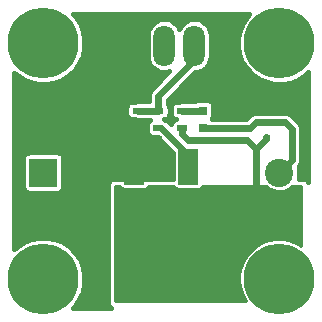
<source format=gtl>
G04 #@! TF.FileFunction,Copper,L1,Top,Signal*
%FSLAX46Y46*%
G04 Gerber Fmt 4.6, Leading zero omitted, Abs format (unit mm)*
G04 Created by KiCad (PCBNEW 4.0.2-stable) date 04/06/2016 14:34:18*
%MOMM*%
G01*
G04 APERTURE LIST*
%ADD10C,0.100000*%
%ADD11R,0.590000X0.450000*%
%ADD12O,1.800860X3.500120*%
%ADD13R,0.797560X0.797560*%
%ADD14C,6.000000*%
%ADD15R,1.651000X3.048000*%
%ADD16R,6.096000X6.096000*%
%ADD17R,0.900000X0.500000*%
%ADD18C,0.860000*%
%ADD19C,2.400000*%
%ADD20R,2.400000X2.400000*%
%ADD21C,0.600000*%
%ADD22C,0.250000*%
%ADD23C,0.609600*%
%ADD24C,3.810000*%
%ADD25C,0.254000*%
%ADD26C,0.400000*%
G04 APERTURE END LIST*
D10*
D11*
X159555000Y-103000000D03*
X157445000Y-103000000D03*
D12*
X146210000Y-95250000D03*
X148750000Y-95250000D03*
X151290000Y-95250000D03*
D13*
X152000000Y-102249300D03*
X152000000Y-100750700D03*
D14*
X138500000Y-115000000D03*
X158500000Y-115000000D03*
X158500000Y-95000000D03*
X138500000Y-95000000D03*
D15*
X150786000Y-105500000D03*
D16*
X148500000Y-111850000D03*
D15*
X146214000Y-105500000D03*
D17*
X148250000Y-102250000D03*
X148250000Y-100750000D03*
X146500000Y-100750000D03*
X146500000Y-102250000D03*
X150250000Y-102250000D03*
X150250000Y-100750000D03*
D18*
X143750000Y-102250000D03*
X144500000Y-103250000D03*
X143750000Y-101000000D03*
X145000000Y-102250000D03*
X148250000Y-103250000D03*
X147000000Y-103250000D03*
X145750000Y-103250000D03*
X145000000Y-101000000D03*
X143250000Y-103250000D03*
D19*
X138500000Y-109500000D03*
D20*
X138500000Y-106000000D03*
D19*
X158500000Y-106000000D03*
D20*
X158500000Y-109500000D03*
D21*
X146500000Y-102250000D02*
X144750000Y-102250000D01*
X144750000Y-102250000D02*
X144500000Y-102000000D01*
X144500000Y-102000000D02*
X144500000Y-96960000D01*
X144500000Y-96960000D02*
X146210000Y-95250000D01*
X138501100Y-109503600D02*
X140001100Y-109503600D01*
X140001100Y-109503600D02*
X144951100Y-104553600D01*
X146271100Y-104553600D02*
X144951100Y-104553600D01*
D22*
X151290000Y-95250000D02*
X151290000Y-96460000D01*
D21*
X151290000Y-96460000D02*
X148250000Y-99500000D01*
X148250000Y-99500000D02*
X148250000Y-100750000D01*
X148250000Y-100750000D02*
X146500000Y-100750000D01*
X159555000Y-103000000D02*
X159555000Y-102305000D01*
X156000700Y-102249300D02*
X152000000Y-102249300D01*
X156000700Y-102249300D02*
X156500000Y-101750000D01*
X156500000Y-101750000D02*
X159000000Y-101750000D01*
X159000000Y-101750000D02*
X159555000Y-102305000D01*
X159555000Y-103000000D02*
X159555000Y-104945000D01*
X159555000Y-104945000D02*
X158500000Y-106000000D01*
X150250000Y-102250000D02*
X150250000Y-102750000D01*
X155747500Y-103250000D02*
X156501100Y-104003600D01*
X150750000Y-103250000D02*
X155747500Y-103250000D01*
X150250000Y-102750000D02*
X150750000Y-103250000D01*
D23*
X157351100Y-103003600D02*
X157351100Y-103153600D01*
X157351100Y-103153600D02*
X156501100Y-104003600D01*
X156501100Y-104003600D02*
X156501100Y-109203600D01*
D24*
X156501100Y-109503600D02*
X155001100Y-109503600D01*
D25*
X154501100Y-108503600D02*
X156301100Y-109403600D01*
X156301100Y-109403600D02*
X156501100Y-109503600D01*
D23*
X156501100Y-109203600D02*
X156301100Y-109403600D01*
D24*
X155001100Y-109503600D02*
X152651100Y-111853600D01*
X148551100Y-111853600D02*
X152651100Y-111853600D01*
X158501100Y-109503600D02*
X156501100Y-109503600D01*
D25*
X158501100Y-109503600D02*
X159001100Y-109503600D01*
D22*
X148250000Y-102250000D02*
X148500000Y-102250000D01*
D21*
X148500000Y-102250000D02*
X150786000Y-104536000D01*
D22*
X150786000Y-104536000D02*
X150786000Y-105500000D01*
D21*
X152000000Y-100750700D02*
X150250700Y-100750700D01*
X150250700Y-100750700D02*
X150250000Y-100750000D01*
D26*
G36*
X155805871Y-92739358D02*
X155418086Y-93305704D01*
X155147690Y-93936585D01*
X155004983Y-94607971D01*
X154995399Y-95294290D01*
X155119305Y-95969399D01*
X155371980Y-96607584D01*
X155743801Y-97184536D01*
X156220604Y-97678281D01*
X156784229Y-98070010D01*
X157413207Y-98344804D01*
X158083581Y-98492195D01*
X158769816Y-98506570D01*
X159445774Y-98387380D01*
X160085707Y-98139166D01*
X160665241Y-97771383D01*
X160926100Y-97522970D01*
X160926100Y-106758458D01*
X160859504Y-106654965D01*
X160695628Y-106542993D01*
X160501100Y-106503600D01*
X160128983Y-106503600D01*
X160194756Y-106214097D01*
X160200073Y-105833306D01*
X160135318Y-105506268D01*
X160131641Y-105497348D01*
X160167570Y-105453607D01*
X160215091Y-105396974D01*
X160217119Y-105393285D01*
X160219787Y-105390037D01*
X160254698Y-105324929D01*
X160290308Y-105260154D01*
X160291580Y-105256145D01*
X160293568Y-105252437D01*
X160315180Y-105181747D01*
X160337518Y-105111329D01*
X160337987Y-105107150D01*
X160339217Y-105103126D01*
X160346685Y-105029602D01*
X160354922Y-104956170D01*
X160354979Y-104947946D01*
X160354995Y-104947793D01*
X160354981Y-104947650D01*
X160355000Y-104945000D01*
X160355000Y-102305000D01*
X160347797Y-102231539D01*
X160341349Y-102157839D01*
X160340174Y-102153795D01*
X160339764Y-102149613D01*
X160318416Y-102078906D01*
X160297789Y-102007907D01*
X160295853Y-102004173D01*
X160294637Y-102000144D01*
X160259928Y-101934866D01*
X160225936Y-101869289D01*
X160223313Y-101866003D01*
X160221337Y-101862287D01*
X160174631Y-101805019D01*
X160128529Y-101747268D01*
X160122754Y-101741412D01*
X160122657Y-101741293D01*
X160122546Y-101741202D01*
X160120686Y-101739315D01*
X159565685Y-101184315D01*
X159508631Y-101137450D01*
X159451974Y-101089909D01*
X159448285Y-101087881D01*
X159445037Y-101085213D01*
X159379929Y-101050302D01*
X159315154Y-101014692D01*
X159311145Y-101013420D01*
X159307437Y-101011432D01*
X159236747Y-100989820D01*
X159166329Y-100967482D01*
X159162150Y-100967013D01*
X159158126Y-100965783D01*
X159084602Y-100958315D01*
X159011170Y-100950078D01*
X159002946Y-100950021D01*
X159002793Y-100950005D01*
X159002650Y-100950019D01*
X159000000Y-100950000D01*
X156500000Y-100950000D01*
X156426494Y-100957207D01*
X156352839Y-100963651D01*
X156348795Y-100964826D01*
X156344613Y-100965236D01*
X156273919Y-100986580D01*
X156202906Y-101007211D01*
X156199170Y-101009147D01*
X156195144Y-101010363D01*
X156129884Y-101045062D01*
X156064289Y-101079064D01*
X156061003Y-101081687D01*
X156057287Y-101083663D01*
X156000019Y-101130369D01*
X155942268Y-101176471D01*
X155936412Y-101182246D01*
X155936293Y-101182343D01*
X155936202Y-101182454D01*
X155934315Y-101184314D01*
X155669330Y-101449300D01*
X152796821Y-101449300D01*
X152823209Y-101418338D01*
X152881308Y-101289451D01*
X152901199Y-101149480D01*
X152901199Y-100351920D01*
X152894850Y-100272297D01*
X152853027Y-100137248D01*
X152775237Y-100019196D01*
X152667638Y-99927491D01*
X152538751Y-99869392D01*
X152398780Y-99849501D01*
X151601220Y-99849501D01*
X151521597Y-99855850D01*
X151386548Y-99897673D01*
X151306076Y-99950700D01*
X150259635Y-99950700D01*
X150252793Y-99950005D01*
X150097353Y-99964699D01*
X149987051Y-99997581D01*
X149800000Y-99997581D01*
X149720377Y-100003930D01*
X149585328Y-100045753D01*
X149467276Y-100123543D01*
X149375571Y-100231142D01*
X149317472Y-100360029D01*
X149297581Y-100500000D01*
X149297581Y-101000000D01*
X149303930Y-101079623D01*
X149345753Y-101214672D01*
X149423543Y-101332724D01*
X149531142Y-101424429D01*
X149660029Y-101482528D01*
X149778192Y-101499320D01*
X149720377Y-101503930D01*
X149585328Y-101545753D01*
X149467276Y-101623543D01*
X149375571Y-101731142D01*
X149317472Y-101860029D01*
X149308007Y-101926636D01*
X149130190Y-101748820D01*
X149076457Y-101667276D01*
X148968858Y-101575571D01*
X148839971Y-101517472D01*
X148811032Y-101513360D01*
X148807437Y-101511432D01*
X148761831Y-101497489D01*
X148779623Y-101496070D01*
X148914672Y-101454247D01*
X149032724Y-101376457D01*
X149124429Y-101268858D01*
X149182528Y-101139971D01*
X149202419Y-101000000D01*
X149202419Y-100500000D01*
X149196070Y-100420377D01*
X149154247Y-100285328D01*
X149076457Y-100167276D01*
X149050000Y-100144727D01*
X149050000Y-99831370D01*
X151379492Y-97501879D01*
X151552414Y-97486142D01*
X151814610Y-97408973D01*
X152056824Y-97282347D01*
X152269830Y-97111086D01*
X152445514Y-96901714D01*
X152577185Y-96662205D01*
X152659827Y-96401683D01*
X152690293Y-96130070D01*
X152690430Y-96110517D01*
X152690430Y-94389483D01*
X152663759Y-94117471D01*
X152584762Y-93855821D01*
X152456448Y-93614497D01*
X152283704Y-93402692D01*
X152073111Y-93228474D01*
X151832688Y-93098478D01*
X151571596Y-93017656D01*
X151299777Y-92989087D01*
X151027586Y-93013858D01*
X150765390Y-93091027D01*
X150523176Y-93217653D01*
X150310170Y-93388914D01*
X150134486Y-93598286D01*
X150019266Y-93807870D01*
X149916448Y-93614497D01*
X149743704Y-93402692D01*
X149533111Y-93228474D01*
X149292688Y-93098478D01*
X149031596Y-93017656D01*
X148759777Y-92989087D01*
X148487586Y-93013858D01*
X148225390Y-93091027D01*
X147983176Y-93217653D01*
X147770170Y-93388914D01*
X147594486Y-93598286D01*
X147462815Y-93837795D01*
X147380173Y-94098317D01*
X147349707Y-94369930D01*
X147349570Y-94389483D01*
X147349570Y-96110517D01*
X147376241Y-96382529D01*
X147455238Y-96644179D01*
X147583552Y-96885503D01*
X147756296Y-97097308D01*
X147966889Y-97271526D01*
X148207312Y-97401522D01*
X148468404Y-97482344D01*
X148740223Y-97510913D01*
X149012414Y-97486142D01*
X149182566Y-97436063D01*
X147684315Y-98934315D01*
X147637450Y-98991369D01*
X147589909Y-99048026D01*
X147587881Y-99051715D01*
X147585213Y-99054963D01*
X147550302Y-99120071D01*
X147514692Y-99184846D01*
X147513420Y-99188855D01*
X147511432Y-99192563D01*
X147489820Y-99263253D01*
X147467482Y-99333671D01*
X147467013Y-99337850D01*
X147465783Y-99341874D01*
X147458315Y-99415398D01*
X147450078Y-99488830D01*
X147450021Y-99497054D01*
X147450005Y-99497207D01*
X147450019Y-99497350D01*
X147450000Y-99500000D01*
X147450000Y-99950000D01*
X146500000Y-99950000D01*
X146344613Y-99965236D01*
X146237480Y-99997581D01*
X146050000Y-99997581D01*
X145970377Y-100003930D01*
X145835328Y-100045753D01*
X145717276Y-100123543D01*
X145625571Y-100231142D01*
X145567472Y-100360029D01*
X145547581Y-100500000D01*
X145547581Y-101000000D01*
X145553930Y-101079623D01*
X145595753Y-101214672D01*
X145673543Y-101332724D01*
X145781142Y-101424429D01*
X145910029Y-101482528D01*
X146050000Y-101502419D01*
X146238787Y-101502419D01*
X146333671Y-101532518D01*
X146488830Y-101549922D01*
X146500000Y-101550000D01*
X147578883Y-101550000D01*
X147467276Y-101623543D01*
X147375571Y-101731142D01*
X147317472Y-101860029D01*
X147297581Y-102000000D01*
X147297581Y-102500000D01*
X147303930Y-102579623D01*
X147345753Y-102714672D01*
X147423543Y-102832724D01*
X147531142Y-102924429D01*
X147660029Y-102982528D01*
X147800000Y-103002419D01*
X148121049Y-103002419D01*
X149458081Y-104339452D01*
X149458081Y-106503600D01*
X144501100Y-106503600D01*
X144319371Y-106537795D01*
X144152465Y-106645196D01*
X144040493Y-106809072D01*
X144001100Y-107003600D01*
X144001100Y-117003600D01*
X144035295Y-117185329D01*
X144142696Y-117352235D01*
X144254460Y-117428600D01*
X141025198Y-117428600D01*
X141162302Y-117298038D01*
X141557957Y-116737161D01*
X141837135Y-116110117D01*
X141989203Y-115440789D01*
X142000150Y-114656807D01*
X141866830Y-113983494D01*
X141605269Y-113348899D01*
X141225429Y-112777194D01*
X140741779Y-112290155D01*
X140172739Y-111906333D01*
X139539986Y-111640348D01*
X138867620Y-111502331D01*
X138181251Y-111497539D01*
X137507023Y-111626155D01*
X136870618Y-111883280D01*
X136296275Y-112259119D01*
X136076100Y-112474730D01*
X136076100Y-104800000D01*
X136797581Y-104800000D01*
X136797581Y-107200000D01*
X136803930Y-107279623D01*
X136845753Y-107414672D01*
X136923543Y-107532724D01*
X137031142Y-107624429D01*
X137160029Y-107682528D01*
X137300000Y-107702419D01*
X139700000Y-107702419D01*
X139779623Y-107696070D01*
X139914672Y-107654247D01*
X140032724Y-107576457D01*
X140124429Y-107468858D01*
X140182528Y-107339971D01*
X140202419Y-107200000D01*
X140202419Y-104800000D01*
X140196070Y-104720377D01*
X140154247Y-104585328D01*
X140076457Y-104467276D01*
X139968858Y-104375571D01*
X139839971Y-104317472D01*
X139700000Y-104297581D01*
X137300000Y-104297581D01*
X137220377Y-104303930D01*
X137085328Y-104345753D01*
X136967276Y-104423543D01*
X136875571Y-104531142D01*
X136817472Y-104660029D01*
X136797581Y-104800000D01*
X136076100Y-104800000D01*
X136076100Y-97528642D01*
X136220604Y-97678281D01*
X136784229Y-98070010D01*
X137413207Y-98344804D01*
X138083581Y-98492195D01*
X138769816Y-98506570D01*
X139445774Y-98387380D01*
X140085707Y-98139166D01*
X140665241Y-97771383D01*
X141162302Y-97298038D01*
X141557957Y-96737161D01*
X141837135Y-96110117D01*
X141989203Y-95440789D01*
X142000150Y-94656807D01*
X141866830Y-93983494D01*
X141605269Y-93348899D01*
X141225429Y-92777194D01*
X141028217Y-92578600D01*
X155970032Y-92578600D01*
X155805871Y-92739358D01*
X155805871Y-92739358D01*
G37*
X155805871Y-92739358D02*
X155418086Y-93305704D01*
X155147690Y-93936585D01*
X155004983Y-94607971D01*
X154995399Y-95294290D01*
X155119305Y-95969399D01*
X155371980Y-96607584D01*
X155743801Y-97184536D01*
X156220604Y-97678281D01*
X156784229Y-98070010D01*
X157413207Y-98344804D01*
X158083581Y-98492195D01*
X158769816Y-98506570D01*
X159445774Y-98387380D01*
X160085707Y-98139166D01*
X160665241Y-97771383D01*
X160926100Y-97522970D01*
X160926100Y-106758458D01*
X160859504Y-106654965D01*
X160695628Y-106542993D01*
X160501100Y-106503600D01*
X160128983Y-106503600D01*
X160194756Y-106214097D01*
X160200073Y-105833306D01*
X160135318Y-105506268D01*
X160131641Y-105497348D01*
X160167570Y-105453607D01*
X160215091Y-105396974D01*
X160217119Y-105393285D01*
X160219787Y-105390037D01*
X160254698Y-105324929D01*
X160290308Y-105260154D01*
X160291580Y-105256145D01*
X160293568Y-105252437D01*
X160315180Y-105181747D01*
X160337518Y-105111329D01*
X160337987Y-105107150D01*
X160339217Y-105103126D01*
X160346685Y-105029602D01*
X160354922Y-104956170D01*
X160354979Y-104947946D01*
X160354995Y-104947793D01*
X160354981Y-104947650D01*
X160355000Y-104945000D01*
X160355000Y-102305000D01*
X160347797Y-102231539D01*
X160341349Y-102157839D01*
X160340174Y-102153795D01*
X160339764Y-102149613D01*
X160318416Y-102078906D01*
X160297789Y-102007907D01*
X160295853Y-102004173D01*
X160294637Y-102000144D01*
X160259928Y-101934866D01*
X160225936Y-101869289D01*
X160223313Y-101866003D01*
X160221337Y-101862287D01*
X160174631Y-101805019D01*
X160128529Y-101747268D01*
X160122754Y-101741412D01*
X160122657Y-101741293D01*
X160122546Y-101741202D01*
X160120686Y-101739315D01*
X159565685Y-101184315D01*
X159508631Y-101137450D01*
X159451974Y-101089909D01*
X159448285Y-101087881D01*
X159445037Y-101085213D01*
X159379929Y-101050302D01*
X159315154Y-101014692D01*
X159311145Y-101013420D01*
X159307437Y-101011432D01*
X159236747Y-100989820D01*
X159166329Y-100967482D01*
X159162150Y-100967013D01*
X159158126Y-100965783D01*
X159084602Y-100958315D01*
X159011170Y-100950078D01*
X159002946Y-100950021D01*
X159002793Y-100950005D01*
X159002650Y-100950019D01*
X159000000Y-100950000D01*
X156500000Y-100950000D01*
X156426494Y-100957207D01*
X156352839Y-100963651D01*
X156348795Y-100964826D01*
X156344613Y-100965236D01*
X156273919Y-100986580D01*
X156202906Y-101007211D01*
X156199170Y-101009147D01*
X156195144Y-101010363D01*
X156129884Y-101045062D01*
X156064289Y-101079064D01*
X156061003Y-101081687D01*
X156057287Y-101083663D01*
X156000019Y-101130369D01*
X155942268Y-101176471D01*
X155936412Y-101182246D01*
X155936293Y-101182343D01*
X155936202Y-101182454D01*
X155934315Y-101184314D01*
X155669330Y-101449300D01*
X152796821Y-101449300D01*
X152823209Y-101418338D01*
X152881308Y-101289451D01*
X152901199Y-101149480D01*
X152901199Y-100351920D01*
X152894850Y-100272297D01*
X152853027Y-100137248D01*
X152775237Y-100019196D01*
X152667638Y-99927491D01*
X152538751Y-99869392D01*
X152398780Y-99849501D01*
X151601220Y-99849501D01*
X151521597Y-99855850D01*
X151386548Y-99897673D01*
X151306076Y-99950700D01*
X150259635Y-99950700D01*
X150252793Y-99950005D01*
X150097353Y-99964699D01*
X149987051Y-99997581D01*
X149800000Y-99997581D01*
X149720377Y-100003930D01*
X149585328Y-100045753D01*
X149467276Y-100123543D01*
X149375571Y-100231142D01*
X149317472Y-100360029D01*
X149297581Y-100500000D01*
X149297581Y-101000000D01*
X149303930Y-101079623D01*
X149345753Y-101214672D01*
X149423543Y-101332724D01*
X149531142Y-101424429D01*
X149660029Y-101482528D01*
X149778192Y-101499320D01*
X149720377Y-101503930D01*
X149585328Y-101545753D01*
X149467276Y-101623543D01*
X149375571Y-101731142D01*
X149317472Y-101860029D01*
X149308007Y-101926636D01*
X149130190Y-101748820D01*
X149076457Y-101667276D01*
X148968858Y-101575571D01*
X148839971Y-101517472D01*
X148811032Y-101513360D01*
X148807437Y-101511432D01*
X148761831Y-101497489D01*
X148779623Y-101496070D01*
X148914672Y-101454247D01*
X149032724Y-101376457D01*
X149124429Y-101268858D01*
X149182528Y-101139971D01*
X149202419Y-101000000D01*
X149202419Y-100500000D01*
X149196070Y-100420377D01*
X149154247Y-100285328D01*
X149076457Y-100167276D01*
X149050000Y-100144727D01*
X149050000Y-99831370D01*
X151379492Y-97501879D01*
X151552414Y-97486142D01*
X151814610Y-97408973D01*
X152056824Y-97282347D01*
X152269830Y-97111086D01*
X152445514Y-96901714D01*
X152577185Y-96662205D01*
X152659827Y-96401683D01*
X152690293Y-96130070D01*
X152690430Y-96110517D01*
X152690430Y-94389483D01*
X152663759Y-94117471D01*
X152584762Y-93855821D01*
X152456448Y-93614497D01*
X152283704Y-93402692D01*
X152073111Y-93228474D01*
X151832688Y-93098478D01*
X151571596Y-93017656D01*
X151299777Y-92989087D01*
X151027586Y-93013858D01*
X150765390Y-93091027D01*
X150523176Y-93217653D01*
X150310170Y-93388914D01*
X150134486Y-93598286D01*
X150019266Y-93807870D01*
X149916448Y-93614497D01*
X149743704Y-93402692D01*
X149533111Y-93228474D01*
X149292688Y-93098478D01*
X149031596Y-93017656D01*
X148759777Y-92989087D01*
X148487586Y-93013858D01*
X148225390Y-93091027D01*
X147983176Y-93217653D01*
X147770170Y-93388914D01*
X147594486Y-93598286D01*
X147462815Y-93837795D01*
X147380173Y-94098317D01*
X147349707Y-94369930D01*
X147349570Y-94389483D01*
X147349570Y-96110517D01*
X147376241Y-96382529D01*
X147455238Y-96644179D01*
X147583552Y-96885503D01*
X147756296Y-97097308D01*
X147966889Y-97271526D01*
X148207312Y-97401522D01*
X148468404Y-97482344D01*
X148740223Y-97510913D01*
X149012414Y-97486142D01*
X149182566Y-97436063D01*
X147684315Y-98934315D01*
X147637450Y-98991369D01*
X147589909Y-99048026D01*
X147587881Y-99051715D01*
X147585213Y-99054963D01*
X147550302Y-99120071D01*
X147514692Y-99184846D01*
X147513420Y-99188855D01*
X147511432Y-99192563D01*
X147489820Y-99263253D01*
X147467482Y-99333671D01*
X147467013Y-99337850D01*
X147465783Y-99341874D01*
X147458315Y-99415398D01*
X147450078Y-99488830D01*
X147450021Y-99497054D01*
X147450005Y-99497207D01*
X147450019Y-99497350D01*
X147450000Y-99500000D01*
X147450000Y-99950000D01*
X146500000Y-99950000D01*
X146344613Y-99965236D01*
X146237480Y-99997581D01*
X146050000Y-99997581D01*
X145970377Y-100003930D01*
X145835328Y-100045753D01*
X145717276Y-100123543D01*
X145625571Y-100231142D01*
X145567472Y-100360029D01*
X145547581Y-100500000D01*
X145547581Y-101000000D01*
X145553930Y-101079623D01*
X145595753Y-101214672D01*
X145673543Y-101332724D01*
X145781142Y-101424429D01*
X145910029Y-101482528D01*
X146050000Y-101502419D01*
X146238787Y-101502419D01*
X146333671Y-101532518D01*
X146488830Y-101549922D01*
X146500000Y-101550000D01*
X147578883Y-101550000D01*
X147467276Y-101623543D01*
X147375571Y-101731142D01*
X147317472Y-101860029D01*
X147297581Y-102000000D01*
X147297581Y-102500000D01*
X147303930Y-102579623D01*
X147345753Y-102714672D01*
X147423543Y-102832724D01*
X147531142Y-102924429D01*
X147660029Y-102982528D01*
X147800000Y-103002419D01*
X148121049Y-103002419D01*
X149458081Y-104339452D01*
X149458081Y-106503600D01*
X144501100Y-106503600D01*
X144319371Y-106537795D01*
X144152465Y-106645196D01*
X144040493Y-106809072D01*
X144001100Y-107003600D01*
X144001100Y-117003600D01*
X144035295Y-117185329D01*
X144142696Y-117352235D01*
X144254460Y-117428600D01*
X141025198Y-117428600D01*
X141162302Y-117298038D01*
X141557957Y-116737161D01*
X141837135Y-116110117D01*
X141989203Y-115440789D01*
X142000150Y-114656807D01*
X141866830Y-113983494D01*
X141605269Y-113348899D01*
X141225429Y-112777194D01*
X140741779Y-112290155D01*
X140172739Y-111906333D01*
X139539986Y-111640348D01*
X138867620Y-111502331D01*
X138181251Y-111497539D01*
X137507023Y-111626155D01*
X136870618Y-111883280D01*
X136296275Y-112259119D01*
X136076100Y-112474730D01*
X136076100Y-104800000D01*
X136797581Y-104800000D01*
X136797581Y-107200000D01*
X136803930Y-107279623D01*
X136845753Y-107414672D01*
X136923543Y-107532724D01*
X137031142Y-107624429D01*
X137160029Y-107682528D01*
X137300000Y-107702419D01*
X139700000Y-107702419D01*
X139779623Y-107696070D01*
X139914672Y-107654247D01*
X140032724Y-107576457D01*
X140124429Y-107468858D01*
X140182528Y-107339971D01*
X140202419Y-107200000D01*
X140202419Y-104800000D01*
X140196070Y-104720377D01*
X140154247Y-104585328D01*
X140076457Y-104467276D01*
X139968858Y-104375571D01*
X139839971Y-104317472D01*
X139700000Y-104297581D01*
X137300000Y-104297581D01*
X137220377Y-104303930D01*
X137085328Y-104345753D01*
X136967276Y-104423543D01*
X136875571Y-104531142D01*
X136817472Y-104660029D01*
X136797581Y-104800000D01*
X136076100Y-104800000D01*
X136076100Y-97528642D01*
X136220604Y-97678281D01*
X136784229Y-98070010D01*
X137413207Y-98344804D01*
X138083581Y-98492195D01*
X138769816Y-98506570D01*
X139445774Y-98387380D01*
X140085707Y-98139166D01*
X140665241Y-97771383D01*
X141162302Y-97298038D01*
X141557957Y-96737161D01*
X141837135Y-96110117D01*
X141989203Y-95440789D01*
X142000150Y-94656807D01*
X141866830Y-93983494D01*
X141605269Y-93348899D01*
X141225429Y-92777194D01*
X141028217Y-92578600D01*
X155970032Y-92578600D01*
X155805871Y-92739358D01*
D25*
G36*
X145042364Y-107187580D02*
X145101640Y-107277535D01*
X145183630Y-107347415D01*
X145281842Y-107391686D01*
X145388500Y-107406843D01*
X147039500Y-107406843D01*
X147100173Y-107402005D01*
X147203080Y-107370136D01*
X147293035Y-107310860D01*
X147362915Y-107228870D01*
X147407186Y-107130658D01*
X147407194Y-107130600D01*
X149596718Y-107130600D01*
X149614364Y-107187580D01*
X149673640Y-107277535D01*
X149755630Y-107347415D01*
X149853842Y-107391686D01*
X149960500Y-107406843D01*
X151611500Y-107406843D01*
X151672173Y-107402005D01*
X151775080Y-107370136D01*
X151865035Y-107310860D01*
X151934915Y-107228870D01*
X151979186Y-107130658D01*
X151979194Y-107130600D01*
X157393864Y-107130600D01*
X157470364Y-107209818D01*
X157724962Y-107386768D01*
X158009080Y-107510896D01*
X158311898Y-107577475D01*
X158621880Y-107583968D01*
X158927219Y-107530128D01*
X159216287Y-107418006D01*
X159478071Y-107251873D01*
X159605420Y-107130600D01*
X160374100Y-107130600D01*
X160374100Y-112185699D01*
X160115866Y-112011518D01*
X159504626Y-111754576D01*
X158855121Y-111621252D01*
X158192089Y-111616623D01*
X157540785Y-111740866D01*
X156926017Y-111989248D01*
X156371202Y-112352309D01*
X155897472Y-112816220D01*
X155522872Y-113363310D01*
X155261669Y-113972741D01*
X155123814Y-114621300D01*
X155114556Y-115284284D01*
X155234249Y-115936439D01*
X155478333Y-116552926D01*
X155686927Y-116876600D01*
X144628100Y-116876600D01*
X144628100Y-107130600D01*
X145024718Y-107130600D01*
X145042364Y-107187580D01*
X145042364Y-107187580D01*
G37*
X145042364Y-107187580D02*
X145101640Y-107277535D01*
X145183630Y-107347415D01*
X145281842Y-107391686D01*
X145388500Y-107406843D01*
X147039500Y-107406843D01*
X147100173Y-107402005D01*
X147203080Y-107370136D01*
X147293035Y-107310860D01*
X147362915Y-107228870D01*
X147407186Y-107130658D01*
X147407194Y-107130600D01*
X149596718Y-107130600D01*
X149614364Y-107187580D01*
X149673640Y-107277535D01*
X149755630Y-107347415D01*
X149853842Y-107391686D01*
X149960500Y-107406843D01*
X151611500Y-107406843D01*
X151672173Y-107402005D01*
X151775080Y-107370136D01*
X151865035Y-107310860D01*
X151934915Y-107228870D01*
X151979186Y-107130658D01*
X151979194Y-107130600D01*
X157393864Y-107130600D01*
X157470364Y-107209818D01*
X157724962Y-107386768D01*
X158009080Y-107510896D01*
X158311898Y-107577475D01*
X158621880Y-107583968D01*
X158927219Y-107530128D01*
X159216287Y-107418006D01*
X159478071Y-107251873D01*
X159605420Y-107130600D01*
X160374100Y-107130600D01*
X160374100Y-112185699D01*
X160115866Y-112011518D01*
X159504626Y-111754576D01*
X158855121Y-111621252D01*
X158192089Y-111616623D01*
X157540785Y-111740866D01*
X156926017Y-111989248D01*
X156371202Y-112352309D01*
X155897472Y-112816220D01*
X155522872Y-113363310D01*
X155261669Y-113972741D01*
X155123814Y-114621300D01*
X155114556Y-115284284D01*
X155234249Y-115936439D01*
X155478333Y-116552926D01*
X155686927Y-116876600D01*
X144628100Y-116876600D01*
X144628100Y-107130600D01*
X145024718Y-107130600D01*
X145042364Y-107187580D01*
M02*

</source>
